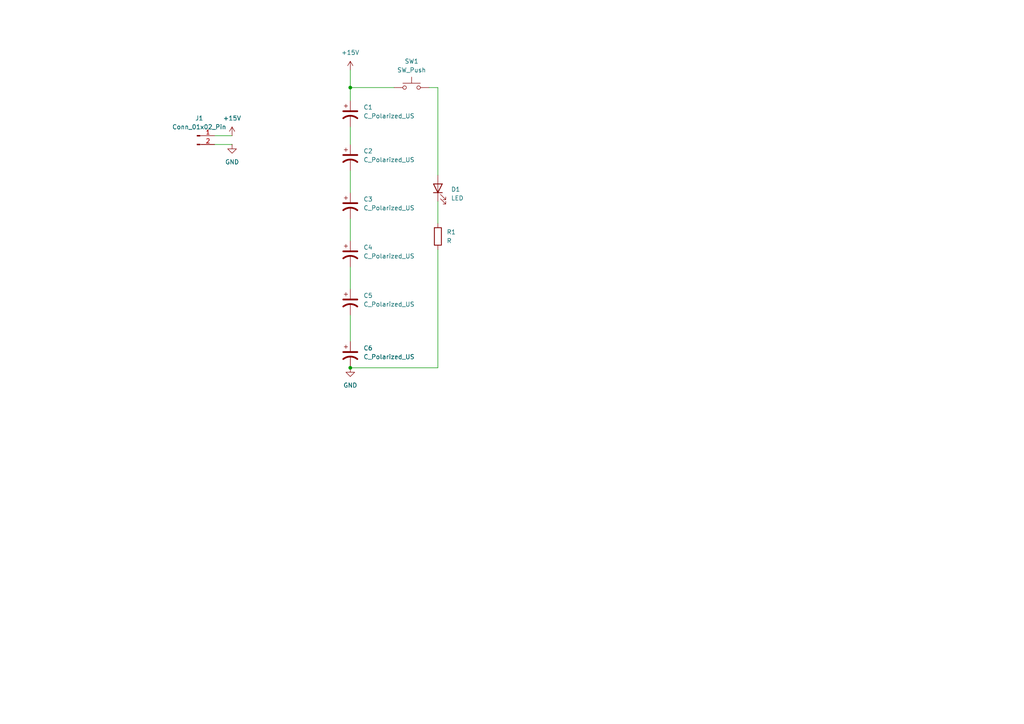
<source format=kicad_sch>
(kicad_sch (version 20250114) (generator "eeschema") (generator_version "9.0")
  (paper "A4")
  (lib_symbols
    (symbol "Connector:Conn_01x02_Pin" (pin_names (offset 1.016) (hide yes))
      (property "Reference" "J" (at 0 2.54 0))
      (property "Value" "Conn_01x02_Pin" (at 0 -5.08 0))
      (symbol "Conn_01x02_Pin_1_1"
        (rectangle (start 0.8636 0.127) (end 0 -0.127) (stroke (width 0.1524)) (fill (type outline)))
        (rectangle (start 0.8636 -2.413) (end 0 -2.667) (stroke (width 0.1524)) (fill (type outline)))
        (polyline (pts (xy 1.27 0) (xy 0.8636 0)) (stroke (width 0.1524)))
        (polyline (pts (xy 1.27 -2.54) (xy 0.8636 -2.54)) (stroke (width 0.1524)))
        (pin passive line (at 5.08 0 180) (length 3.81) (name "Pin_1") (number "1"))
        (pin passive line (at 5.08 -2.54 180) (length 3.81) (name "Pin_2") (number "2"))
      )
    )
    (symbol "Device:C_Polarized_US" (pin_numbers (hide yes)) (pin_names (offset 0.254) (hide yes))
      (property "Reference" "C" (at 0.635 2.54 0))
      (property "Value" "C_Polarized_US" (at 0.635 -2.54 0))
      (symbol "C_Polarized_US_0_1"
        (polyline (pts (xy -2.032 0.762) (xy 2.032 0.762)) (stroke (width 0.508)))
        (polyline (pts (xy -1.778 2.286) (xy -0.762 2.286)))
        (polyline (pts (xy -1.27 1.778) (xy -1.27 2.794)))
        (arc (start -2.032 -1.27) (mid 0 -0.5572) (end 2.032 -1.27) (stroke (width 0.508)))
      )
      (symbol "C_Polarized_US_1_1"
        (pin passive line (at 0 3.81 270) (length 2.794) (name "~") (number "1"))
        (pin passive line (at 0 -3.81 90) (length 3.302) (name "~") (number "2"))
      )
    )
    (symbol "Device:LED" (pin_numbers (hide yes)) (pin_names (offset 1.016) (hide yes))
      (property "Reference" "D" (at 0 2.54 0))
      (property "Value" "LED" (at 0 -2.54 0))
      (symbol "LED_0_1"
        (polyline (pts (xy -3.048 -0.762) (xy -4.572 -2.286) (xy -3.81 -2.286) (xy -4.572 -2.286) (xy -4.572 -1.524)))
        (polyline (pts (xy -1.778 -0.762) (xy -3.302 -2.286) (xy -2.54 -2.286) (xy -3.302 -2.286) (xy -3.302 -1.524)))
        (polyline (pts (xy -1.27 0) (xy 1.27 0)))
        (polyline (pts (xy -1.27 -1.27) (xy -1.27 1.27)) (stroke (width 0.254)))
        (polyline (pts (xy 1.27 -1.27) (xy 1.27 1.27) (xy -1.27 0) (xy 1.27 -1.27)) (stroke (width 0.254)))
      )
      (symbol "LED_1_1"
        (pin passive line (at -3.81 0 0) (length 2.54) (name "K") (number "1"))
        (pin passive line (at 3.81 0 180) (length 2.54) (name "A") (number "2"))
      )
    )
    (symbol "Device:R" (pin_numbers (hide yes)) (pin_names (offset 0))
      (property "Reference" "R" (at 2.032 0 90))
      (property "Value" "R" (at 0 0 90))
      (symbol "R_0_1"
        (rectangle (start -1.016 -2.54) (end 1.016 2.54) (stroke (width 0.254)))
      )
      (symbol "R_1_1"
        (pin passive line (at 0 3.81 270) (length 1.27) (name "~") (number "1"))
        (pin passive line (at 0 -3.81 90) (length 1.27) (name "~") (number "2"))
      )
    )
    (symbol "Switch:SW_Push" (pin_numbers (hide yes)) (pin_names (offset 1.016) (hide yes))
      (property "Reference" "SW" (at 1.27 2.54 0))
      (property "Value" "SW_Push" (at 0 -1.524 0))
      (symbol "SW_Push_0_1"
        (circle (center -2.032 0) (radius 0.508))
        (polyline (pts (xy 0 1.27) (xy 0 3.048)))
        (circle (center 2.032 0) (radius 0.508))
        (polyline (pts (xy 2.54 1.27) (xy -2.54 1.27)))
        (pin passive line (at -5.08 0 0) (length 2.54) (name "1") (number "1"))
        (pin passive line (at 5.08 0 180) (length 2.54) (name "2") (number "2"))
      )
    )
    (symbol "power:+15V" (power) (pin_numbers (hide yes)) (pin_names (offset 0) (hide yes))
      (property "Value" "+15V" (at 0 3.556 0))
      (symbol "+15V_0_1"
        (polyline (pts (xy -0.762 1.27) (xy 0 2.54)))
        (polyline (pts (xy 0 2.54) (xy 0.762 1.27)))
        (polyline (pts (xy 0 0) (xy 0 2.54)))
      )
      (symbol "+15V_1_1"
        (pin power_in line (at 0 0 90) (length 0) (name "~") (number "1"))
      )
    )
    (symbol "power:GND" (power) (pin_numbers (hide yes)) (pin_names (offset 0) (hide yes))
      (property "Value" "GND" (at 0 -3.81 0))
      (symbol "GND_0_1"
        (polyline (pts (xy 0 0) (xy 0 -1.27) (xy 1.27 -1.27) (xy 0 -2.54) (xy -1.27 -1.27) (xy 0 -1.27)))
      )
      (symbol "GND_1_1"
        (pin power_in line (at 0 0 270) (length 0) (name "~") (number "1"))
      )
    )
  )
  (junction (at 101.6 25.4))
  (junction (at 101.6 106.68))
  (wire (pts (xy 101.6 91.44) (xy 101.6 99.06)))
  (wire (pts (xy 62.23 41.91) (xy 67.31 41.91)))
  (wire (pts (xy 101.6 49.53) (xy 101.6 55.88)))
  (wire (pts (xy 114.3 25.4) (xy 101.6 25.4)))
  (wire (pts (xy 101.6 20.32) (xy 101.6 25.4)))
  (wire (pts (xy 101.6 36.83) (xy 101.6 41.91)))
  (wire (pts (xy 101.6 77.47) (xy 101.6 83.82)))
  (wire (pts (xy 127 72.39) (xy 127 106.68)))
  (wire (pts (xy 101.6 25.4) (xy 101.6 29.21)))
  (wire (pts (xy 127 106.68) (xy 101.6 106.68)))
  (wire (pts (xy 101.6 63.5) (xy 101.6 69.85)))
  (wire (pts (xy 127 25.4) (xy 127 50.8)))
  (wire (pts (xy 127 58.42) (xy 127 64.77)))
  (wire (pts (xy 62.23 39.37) (xy 67.31 39.37)))
  (wire (pts (xy 124.46 25.4) (xy 127 25.4)))
  (symbol (lib_id "Device:C_Polarized_US") (at 101.6 102.87 0) (unit 1)
    (property "Reference" "C6" (at 105.41 100.9649 0) (effects (justify left)))
    (property "Value" "C_Polarized_US" (at 105.41 103.5049 0) (effects (justify left)))
    (property "Footprint" "Libraryy:SupeCapacitor Through Hole" (effects (hide yes)))
    (property "Description" "Polarized capacitor, US symbol" (effects (hide yes)))
  )
  (symbol (lib_id "Device:C_Polarized_US") (at 101.6 59.69 0) (unit 1)
    (property "Reference" "C3" (at 105.41 57.7849 0) (effects (justify left)))
    (property "Value" "C_Polarized_US" (at 105.41 60.3249 0) (effects (justify left)))
    (property "Footprint" "Libraryy:SupeCapacitor Through Hole" (effects (hide yes)))
    (property "Description" "Polarized capacitor, US symbol" (effects (hide yes)))
  )
  (symbol (lib_id "Device:LED") (at 127 54.61 90) (unit 1)
    (property "Reference" "D1" (at 130.81 54.9274 90) (effects (justify right)))
    (property "Value" "LED" (at 130.81 57.4674 90) (effects (justify right)))
    (property "Footprint" "Libraryy:LED Through Hole" (effects (hide yes)))
    (property "Description" "Light emitting diode" (effects (hide yes)))
    (property "Sim.Pins" "1=K 2=A" (effects (hide yes)))
  )
  (symbol (lib_id "Device:C_Polarized_US") (at 101.6 45.72 0) (unit 1)
    (property "Reference" "C2" (at 105.41 43.8149 0) (effects (justify left)))
    (property "Value" "C_Polarized_US" (at 105.41 46.3549 0) (effects (justify left)))
    (property "Footprint" "Libraryy:SupeCapacitor Through Hole" (effects (hide yes)))
    (property "Description" "Polarized capacitor, US symbol" (effects (hide yes)))
  )
  (symbol (lib_id "Device:C_Polarized_US") (at 101.6 73.66 0) (unit 1)
    (property "Reference" "C4" (at 105.41 71.7549 0) (effects (justify left)))
    (property "Value" "C_Polarized_US" (at 105.41 74.2949 0) (effects (justify left)))
    (property "Footprint" "Libraryy:SupeCapacitor Through Hole" (effects (hide yes)))
    (property "Description" "Polarized capacitor, US symbol" (effects (hide yes)))
  )
  (symbol (lib_id "power:GND") (at 101.6 106.68 0) (unit 1)
    (property "Reference" "#PWR01" (effects (hide yes)))
    (property "Value" "GND" (at 101.6 111.76 0))
    (property "Description" "Power symbol creates a global label with name \"GND\" , ground" (effects (hide yes)))
  )
  (symbol (lib_id "Device:R") (at 127 68.58 0) (unit 1)
    (property "Reference" "R1" (at 129.54 67.3099 0) (effects (justify left)))
    (property "Value" "R" (at 129.54 69.8499 0) (effects (justify left)))
    (property "Footprint" "Libraryy:Through Hole Resistor" (effects (hide yes)))
    (property "Description" "Resistor" (effects (hide yes)))
  )
  (symbol (lib_id "Device:C_Polarized_US") (at 101.6 87.63 0) (unit 1)
    (property "Reference" "C5" (at 105.41 85.7249 0) (effects (justify left)))
    (property "Value" "C_Polarized_US" (at 105.41 88.2649 0) (effects (justify left)))
    (property "Footprint" "Libraryy:SupeCapacitor Through Hole" (effects (hide yes)))
    (property "Description" "Polarized capacitor, US symbol" (effects (hide yes)))
  )
  (symbol (lib_id "Switch:SW_Push") (at 119.38 25.4 0) (unit 1)
    (property "Reference" "SW1" (at 119.38 17.78 0))
    (property "Value" "SW_Push" (at 119.38 20.32 0))
    (property "Footprint" "Libraryy:SPST Through Hole Switch" (effects (hide yes)))
    (property "Description" "Push button switch, generic, two pins" (effects (hide yes)))
  )
  (symbol (lib_id "power:+15V") (at 101.6 20.32 0) (unit 1)
    (property "Reference" "#PWR02" (effects (hide yes)))
    (property "Value" "+15V" (at 101.6 15.24 0))
    (property "Description" "Power symbol creates a global label with name \"+15V\"" (effects (hide yes)))
  )
  (symbol (lib_id "Device:C_Polarized_US") (at 101.6 33.02 0) (unit 1)
    (property "Reference" "C1" (at 105.41 31.1149 0) (effects (justify left)))
    (property "Value" "C_Polarized_US" (at 105.41 33.6549 0) (effects (justify left)))
    (property "Footprint" "Libraryy:SupeCapacitor Through Hole" (effects (hide yes)))
    (property "Description" "Polarized capacitor, US symbol" (effects (hide yes)))
  )
  (symbol (lib_id "power:+15V") (at 67.31 39.37 0) (unit 1)
    (property "Reference" "#PWR03" (effects (hide yes)))
    (property "Value" "+15V" (at 67.31 34.29 0))
    (property "Description" "Power symbol creates a global label with name \"+15V\"" (effects (hide yes)))
  )
  (symbol (lib_id "power:GND") (at 67.31 41.91 0) (unit 1)
    (property "Reference" "#PWR04" (effects (hide yes)))
    (property "Value" "GND" (at 67.31 46.99 0))
    (property "Description" "Power symbol creates a global label with name \"GND\" , ground" (effects (hide yes)))
  )
  (symbol (lib_id "Connector:Conn_01x02_Pin") (at 57.15 39.37 0) (unit 1)
    (property "Reference" "J1" (at 57.785 34.29 0))
    (property "Value" "Conn_01x02_Pin" (at 57.785 36.83 0))
    (property "Footprint" "Libraryy:XT30PW-F" (effects (hide yes)))
    (property "Description" "Generic connector, single row, 01x02, script generated" (effects (hide yes)))
  )
)
</source>
